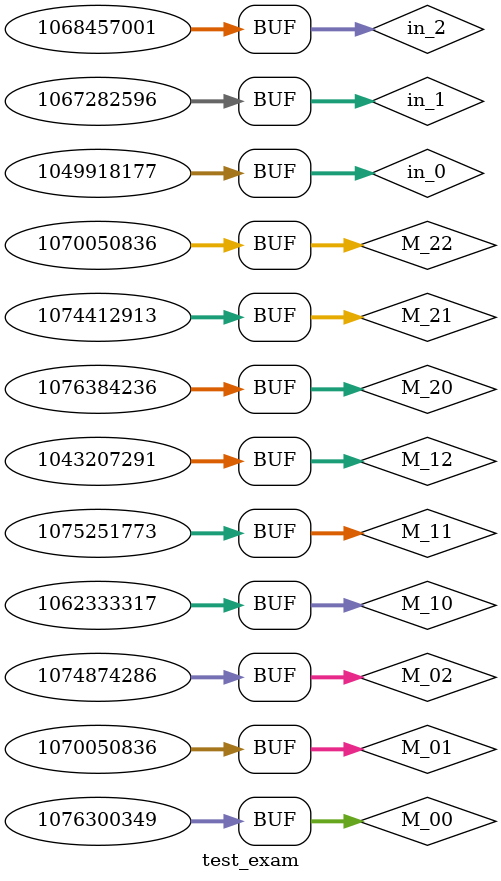
<source format=v>
`timescale 1ns / 0.1ps
module test_exam;
    reg [31:0]M_00,M_01,M_02,M_10,M_11,M_12,M_20,M_21,M_22;
    reg [31:0]in_0,in_1,in_2;

    wire [31:0]Sum_row0,Sum_row1,Sum_row2;

    matrix_MUT U0(.M_00(M_00),.M_01(M_01),.M_02(M_02),
    .M_10(M_10),.M_11(M_11),.M_12(M_12),
    .M_20(M_20),.M_21(M_21),.M_22(M_22),
    .in_0(in_0),.in_1(in_1),.in_2(in_2),
    .Sum_row0(Sum_row0),.Sum_row1(Sum_row1),.Sum_row2(Sum_row2));

    initial begin
        M_00=32'b01000000001001110000101000111101;//2.61
        M_01=32'b00111111110001111010111000010100;//1.56
        M_02=32'b01000000000100010100011110101110;//2.27
        M_10=32'b00111111010100011110101110000101;//0.82
        M_11=32'b01000000000101110000101000111101;//2.36
        M_12=32'b00111110001011100001010001111011;//0.17
        M_20=32'b01000000001010000101000111101100;//2.63
        M_21=32'b01000000000010100011110101110001;//2.16
        M_22=32'b00111111110001111010111000010100;//1.56
        
        in_0=32'b00111110100101000111101011100001;//0.29
        in_1=32'b00111111100111010111000010100100;//1.23
        in_2=32'b00111111101011110101110000101001;//1.37
        
    end
endmodule

</source>
